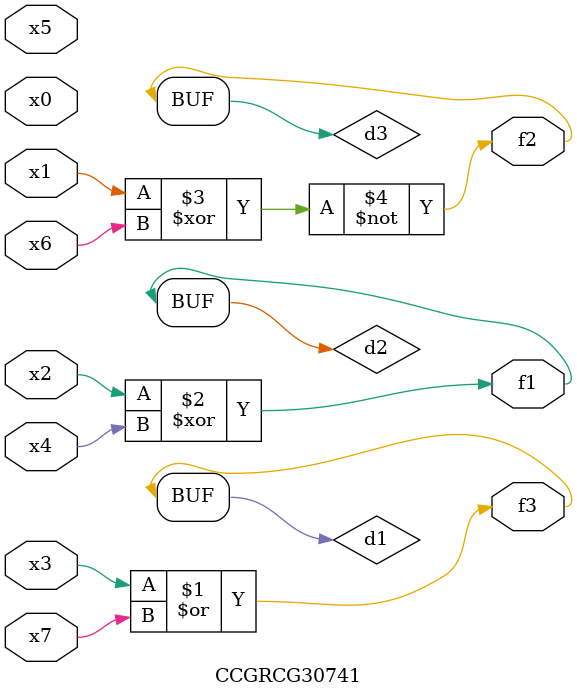
<source format=v>
module CCGRCG30741(
	input x0, x1, x2, x3, x4, x5, x6, x7,
	output f1, f2, f3
);

	wire d1, d2, d3;

	or (d1, x3, x7);
	xor (d2, x2, x4);
	xnor (d3, x1, x6);
	assign f1 = d2;
	assign f2 = d3;
	assign f3 = d1;
endmodule

</source>
